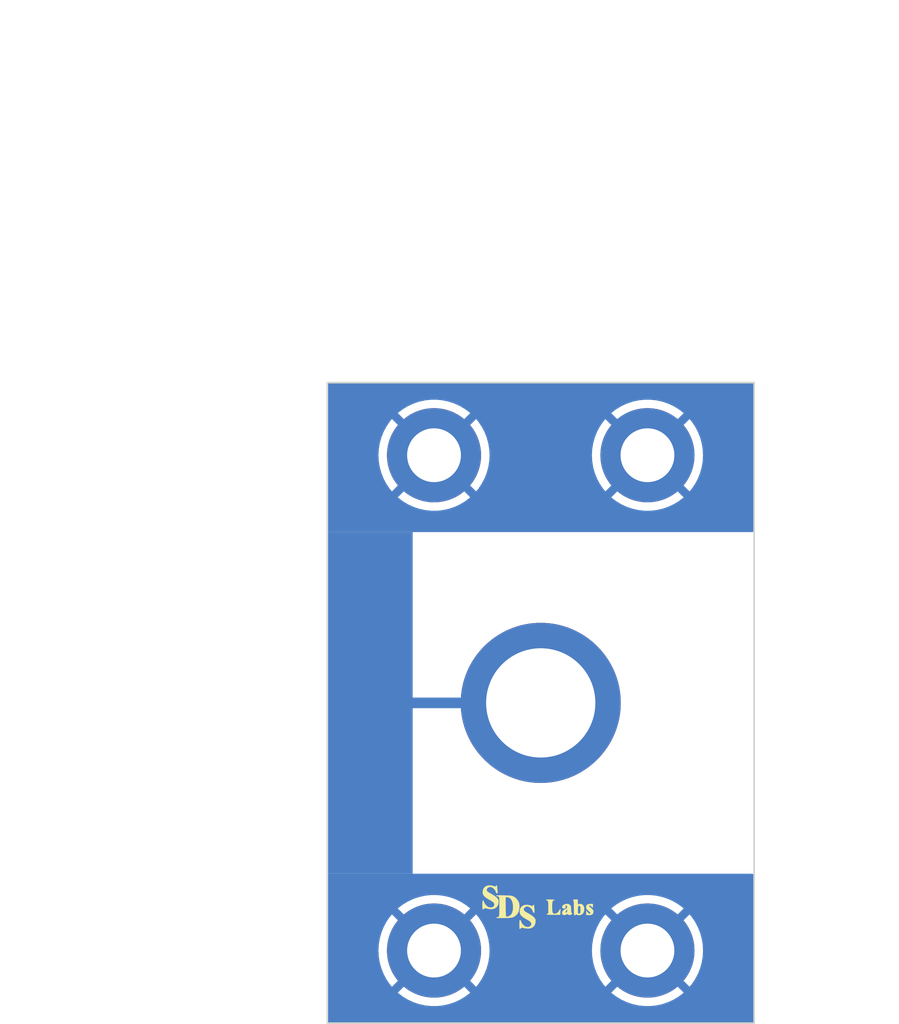
<source format=kicad_pcb>
(kicad_pcb (version 20221018) (generator pcbnew)
  (layers (0 "F.Cu" signal) (31 "B.Cu" signal) (34 "B.Paste" user) (35 "F.Paste" user) (36 "B.SilkS" user "B.Silkscreen") (37 "F.SilkS" user "F.Silkscreen") (38 "B.Mask" user) (39 "F.Mask" user) (44 "Edge.Cuts" user))
  (net 0 "")
  (net 1 "GND")
  (footprint "sdsLogos:sdsLabs-small-fSilk" (layer "F.Cu") (at 139.7 120.015)
    (fp_text reference "G***" hide)
    (fp_text value "LOGO" hide)
    (fp_poly (pts (xy 3.104444 -0.100614) (xy 3.104444 0.006137) (xy 3.100827 0.07456) (xy 3.091849 0.111034) (xy 3.08898 0.112889) (xy 3.062121 0.093639) (xy 3.016447 0.04642) (xy 3.00876 0.037607) (xy 2.950036 -0.014193) (xy 2.897474 -0.019472) (xy 2.890169 -0.01699) (xy 2.866829 -0.001831) (xy 2.871226 0.022273) (xy 2.908897 0.064029) (xy 2.9845 0.131389) (xy 3.066035 0.206148) (xy 3.111322 0.262859) (xy 3.130085 0.316222) (xy 3.132667 0.355318) (xy 3.114685 0.457762) (xy 3.058365 0.523186) (xy 2.960143 0.554274) (xy 2.864898 0.557059) (xy 2.70936 0.550333) (xy 2.70966 0.423333) (xy 2.709959 0.296333) (xy 2.782247 0.388055) (xy 2.840873 0.444885) (xy 2.89991 0.476006) (xy 2.945445 0.477086) (xy 2.963563 0.4445) (xy 2.943768 0.408572) (xy 2.892071 0.350689) (xy 2.831859 0.294302) (xy 2.754675 0.221) (xy 2.714277 0.162733) (xy 2.700436 0.103299) (xy 2.699926 0.085293) (xy 2.722067 -0.01357) (xy 2.788234 -0.077318) (xy 2.898042 -0.105674) (xy 2.966303 -0.106625) (xy 3.104444 -0.100614)) (stroke (width 0.01)) (fill solid) (layer "F.SilkS"))
    (fp_poly (pts (xy 0.686151 -0.363929) (xy 0.772968 -0.355735) (xy 0.815631 -0.343336) (xy 0.818444 -0.338667) (xy 0.794958 -0.315282) (xy 0.765292 -0.310445) (xy 0.729488 -0.300595) (xy 0.704589 -0.265878) (xy 0.688836 -0.198545) (xy 0.680473 -0.090847) (xy 0.677741 0.064964) (xy 0.677719 0.075773) (xy 0.680581 0.237303) (xy 0.69168 0.350503) (xy 0.713941 0.423238) (xy 0.750291 0.463374) (xy 0.803657 0.478774) (xy 0.828051 0.479777) (xy 0.942192 0.453257) (xy 1.039117 0.380285) (xy 1.10027 0.283178) (xy 1.13684 0.217397) (xy 1.166339 0.199711) (xy 1.180198 0.229824) (xy 1.17475 0.28575) (xy 1.161593 0.378775) (xy 1.157111 0.455083) (xy 1.157111 0.536222) (xy 0.726722 0.535092) (xy 0.563833 0.534288) (xy 0.450786 0.532335) (xy 0.380977 0.528424) (xy 0.347806 0.521745) (xy 0.34467 0.51149) (xy 0.364968 0.496849) (xy 0.373944 0.491857) (xy 0.451556 0.449752) (xy 0.451556 0.083066) (xy 0.451243 -0.066557) (xy 0.449144 -0.169442) (xy 0.443519 -0.235295) (xy 0.432628 -0.273823) (xy 0.41473 -0.294733) (xy 0.388085 -0.30773) (xy 0.381 -0.310445) (xy 0.328909 -0.335097) (xy 0.310444 -0.35208) (xy 0.336565 -0.358602) (xy 0.406533 -0.363658) (xy 0.507754 -0.366515) (xy 0.564444 -0.366889) (xy 0.686151 -0.363929)) (stroke (width 0.01)) (fill solid) (layer "F.SilkS"))
    (fp_poly (pts (xy 2.201333 -0.210674) (xy 2.202871 -0.122611) (xy 2.210614 -0.080053) (xy 2.229255 -0.072082) (xy 2.255922 -0.083674) (xy 2.356514 -0.110783) (xy 2.449439 -0.087811) (xy 2.525607 -0.021107) (xy 2.575925 0.082983) (xy 2.588727 0.14863) (xy 2.584016 0.304095) (xy 2.533089 0.431539) (xy 2.461818 0.508956) (xy 2.384804 0.546788) (xy 2.291129 0.563284) (xy 2.203914 0.556836) (xy 2.150533 0.530577) (xy 2.112129 0.511242) (xy 2.0828 0.530577) (xy 2.044924 0.56267) (xy 2.017019 0.568573) (xy 1.99762 0.542774) (xy 1.985262 0.479758) (xy 1.97848 0.374014) (xy 1.977418 0.312787) (xy 2.204753 0.312787) (xy 2.20701 0.396514) (xy 2.213172 0.4417) (xy 2.250117 0.474339) (xy 2.304535 0.47522) (xy 2.348164 0.445665) (xy 2.353536 0.435136) (xy 2.364956 0.374288) (xy 2.369712 0.283218) (xy 2.36821 0.182755) (xy 2.360857 0.093725) (xy 2.348058 0.036958) (xy 2.345686 0.032501) (xy 2.301009 0.00517) (xy 2.268507 0.00457) (xy 2.239562 0.018455) (xy 2.221913 0.054696) (xy 2.211834 0.125688) (xy 2.207002 0.209158) (xy 2.204753 0.312787) (xy 1.977418 0.312787) (xy 1.975808 0.220028) (xy 1.975556 0.127) (xy 1.973786 -0.049259) (xy 1.968676 -0.183839) (xy 1.960524 -0.27212) (xy 1.949628 -0.309483) (xy 1.947333 -0.310445) (xy 1.919931 -0.331921) (xy 1.919111 -0.338667) (xy 1.944493 -0.354766) (xy 2.009392 -0.364985) (xy 2.060222 -0.366889) (xy 2.201333 -0.366889) (xy 2.201333 -0.210674)) (stroke (width 0.01)) (fill solid) (layer "F.SilkS"))
    (fp_poly (pts (xy 1.66413 -0.093493) (xy 1.736949 -0.043617) (xy 1.772984 -0.00118) (xy 1.793889 0.047139) (xy 1.803639 0.117626) (xy 1.806207 0.226565) (xy 1.806222 0.240271) (xy 1.809358 0.345655) (xy 1.817912 0.415237) (xy 1.830606 0.439357) (xy 1.832494 0.438649) (xy 1.865378 0.43654) (xy 1.875879 0.465546) (xy 1.855647 0.50211) (xy 1.855142 0.502533) (xy 1.775474 0.544203) (xy 1.69188 0.551463) (xy 1.627079 0.52238) (xy 1.588026 0.492277) (xy 1.550079 0.49953) (xy 1.517965 0.520339) (xy 1.43021 0.560072) (xy 1.345912 0.547547) (xy 1.319389 0.533961) (xy 1.278651 0.481564) (xy 1.2732 0.406349) (xy 1.282544 0.380996) (xy 1.47776 0.380996) (xy 1.507 0.417695) (xy 1.539841 0.407034) (xy 1.566327 0.356444) (xy 1.575191 0.308271) (xy 1.584049 0.211666) (xy 1.521881 0.272816) (xy 1.478735 0.336602) (xy 1.47776 0.380996) (xy 1.282544 0.380996) (xy 1.301862 0.328586) (xy 1.3335 0.290443) (xy 1.404391 0.2365) (xy 1.487886 0.186433) (xy 1.490441 0.185132) (xy 1.554044 0.144014) (xy 1.576071 0.097713) (xy 1.575108 0.062127) (xy 1.548865 -0.003301) (xy 1.512908 -0.023772) (xy 1.47483 -0.021213) (xy 1.473022 0.017102) (xy 1.4757 0.028097) (xy 1.480902 0.111253) (xy 1.443144 0.157918) (xy 1.381771 0.169333) (xy 1.311572 0.151076) (xy 1.278599 0.105002) (xy 1.28114 0.044155) (xy 1.317482 -0.018418) (xy 1.385912 -0.069672) (xy 1.414727 -0.081699) (xy 1.553016 -0.111415) (xy 1.66413 -0.093493)) (stroke (width 0.01)) (fill solid) (layer "F.SilkS"))
    (fp_poly (pts (xy -2.262419 -0.617511) (xy -2.194278 -0.616262) (xy -2.019862 -0.612036) (xy -1.891101 -0.606713) (xy -1.797204 -0.598866) (xy -1.727384 -0.587071) (xy -1.670849 -0.569899) (xy -1.616812 -0.545926) (xy -1.600634 -0.537788) (xy -1.474868 -0.447503) (xy -1.369193 -0.323031) (xy -1.297955 -0.183108) (xy -1.280982 -0.120244) (xy -1.273507 -0.039244) (xy -1.272871 0.070807) (xy -1.277484 0.161289) (xy -1.315629 0.345786) (xy -1.398593 0.496495) (xy -1.527861 0.615798) (xy -1.581698 0.649111) (xy -1.631536 0.675227) (xy -1.680546 0.69426) (xy -1.738977 0.707571) (xy -1.817076 0.716526) (xy -1.925092 0.722486) (xy -2.073272 0.726816) (xy -2.183334 0.729152) (xy -2.372668 0.731673) (xy -2.509093 0.730485) (xy -2.596034 0.725428) (xy -2.636916 0.716345) (xy -2.64028 0.707985) (xy -2.59861 0.681258) (xy -2.572201 0.677333) (xy -2.533977 0.673473) (xy -2.505086 0.657323) (xy -2.484236 0.622028) (xy -2.470138 0.560732) (xy -2.461501 0.466581) (xy -2.457035 0.33272) (xy -2.455451 0.152293) (xy -2.455333 0.056444) (xy -2.455969 -0.146178) (xy -2.458858 -0.299266) (xy -2.465477 -0.409726) (xy -2.477301 -0.484461) (xy -2.486786 -0.508) (xy -2.088444 -0.508) (xy -2.088444 0.05174) (xy -2.087422 0.224255) (xy -2.084573 0.377366) (xy -2.08022 0.502154) (xy -2.07469 0.5897) (xy -2.068307 0.631084) (xy -2.067278 0.632777) (xy -2.016292 0.648563) (xy -1.939442 0.636098) (xy -1.855707 0.601404) (xy -1.784071 0.550504) (xy -1.773431 0.539539) (xy -1.706938 0.429988) (xy -1.66362 0.284276) (xy -1.644454 0.118138) (xy -1.650416 -0.05269) (xy -1.682483 -0.212474) (xy -1.720781 -0.308927) (xy -1.800467 -0.425676) (xy -1.896122 -0.490691) (xy -1.995946 -0.508) (xy -2.088444 -0.508) (xy -2.486786 -0.508) (xy -2.495804 -0.530378) (xy -2.522463 -0.554381) (xy -2.558751 -0.563376) (xy -2.587978 -0.564445) (xy -2.638238 -0.575754) (xy -2.652889 -0.595095) (xy -2.629735 -0.607464) (xy -2.558607 -0.615246) (xy -2.437002 -0.618557) (xy -2.262419 -0.617511)) (stroke (width 0.01)) (fill solid) (layer "F.SilkS"))
    (fp_poly (pts (xy -2.861246 -1.187928) (xy -2.806075 -1.168553) (xy -2.735987 -1.141982) (xy -2.697179 -1.139909) (xy -2.669754 -1.163023) (xy -2.661809 -1.173549) (xy -2.628525 -1.20821) (xy -2.613334 -1.211496) (xy -2.605573 -1.179708) (xy -2.59535 -1.105656) (xy -2.584506 -1.003357) (xy -2.581176 -0.966611) (xy -2.572519 -0.850848) (xy -2.571923 -0.780532) (xy -2.580419 -0.745104) (xy -2.599033 -0.734007) (xy -2.603852 -0.733778) (xy -2.641285 -0.757986) (xy -2.665817 -0.809668) (xy -2.714147 -0.921282) (xy -2.792159 -1.016445) (xy -2.887151 -1.08532) (xy -2.986421 -1.118071) (xy -3.057127 -1.112684) (xy -3.148653 -1.065554) (xy -3.20531 -0.996845) (xy -3.217333 -0.945445) (xy -3.209431 -0.899635) (xy -3.180583 -0.855974) (xy -3.12308 -0.80794) (xy -3.029212 -0.74901) (xy -2.901298 -0.678049) (xy -2.73421 -0.575372) (xy -2.60993 -0.471541) (xy -2.532804 -0.370853) (xy -2.507389 -0.288296) (xy -2.519728 -0.117448) (xy -2.575397 0.020082) (xy -2.67031 0.121594) (xy -2.800379 0.184387) (xy -2.961516 0.205762) (xy -3.149634 0.183019) (xy -3.2011 0.169927) (xy -3.284304 0.149913) (xy -3.334897 0.150144) (xy -3.373364 0.171715) (xy -3.382429 0.179609) (xy -3.428771 0.215264) (xy -3.452389 0.225777) (xy -3.460529 0.199601) (xy -3.466918 0.129244) (xy -3.470688 0.026963) (xy -3.471333 -0.042334) (xy -3.469504 -0.172622) (xy -3.463195 -0.255065) (xy -3.451175 -0.29817) (xy -3.432528 -0.310445) (xy -3.399914 -0.286044) (xy -3.377577 -0.229719) (xy -3.337446 -0.134156) (xy -3.263081 -0.035151) (xy -3.171332 0.046732) (xy -3.130707 0.071569) (xy -3.020644 0.107078) (xy -2.916143 0.104236) (xy -2.829612 0.067636) (xy -2.773456 0.001872) (xy -2.758722 -0.066141) (xy -2.767349 -0.126358) (xy -2.798333 -0.180711) (xy -2.859325 -0.236411) (xy -2.957979 -0.300666) (xy -3.080283 -0.369075) (xy -3.239138 -0.463816) (xy -3.34934 -0.553674) (xy -3.417271 -0.646312) (xy -3.449312 -0.749392) (xy -3.453966 -0.817839) (xy -3.432436 -0.963129) (xy -3.365209 -1.07756) (xy -3.265189 -1.158353) (xy -3.148071 -1.201496) (xy -3.006295 -1.211513) (xy -2.861246 -1.187928)) (stroke (width 0.01)) (fill solid) (layer "F.SilkS"))
    (fp_poly (pts (xy -0.659912 -0.030817) (xy -0.604742 -0.011442) (xy -0.534654 0.015129) (xy -0.495846 0.017202) (xy -0.468421 -0.005912) (xy -0.460476 -0.016437) (xy -0.427192 -0.051099) (xy -0.412001 -0.054385) (xy -0.40424 -0.022597) (xy -0.394017 0.051455) (xy -0.383172 0.153754) (xy -0.379843 0.1905) (xy -0.371185 0.306263) (xy -0.37059 0.376579) (xy -0.379085 0.412007) (xy -0.397699 0.423104) (xy -0.402519 0.423333) (xy -0.439951 0.399125) (xy -0.464484 0.347443) (xy -0.512814 0.235829) (xy -0.590826 0.140666) (xy -0.685818 0.071791) (xy -0.785088 0.03904) (xy -0.855794 0.044427) (xy -0.94732 0.091557) (xy -1.003977 0.160266) (xy -1.016 0.211666) (xy -1.008097 0.257476) (xy -0.979249 0.301137) (xy -0.921746 0.349171) (xy -0.827879 0.408101) (xy -0.699965 0.479062) (xy -0.532876 0.581739) (xy -0.408597 0.68557) (xy -0.33147 0.786258) (xy -0.306055 0.868815) (xy -0.318394 1.039664) (xy -0.374064 1.177194) (xy -0.468977 1.278705) (xy -0.599045 1.341498) (xy -0.760182 1.362873) (xy -0.9483 1.34013) (xy -0.999767 1.327038) (xy -1.08297 1.307024) (xy -1.133563 1.307255) (xy -1.172031 1.328826) (xy -1.181096 1.33672) (xy -1.227438 1.372375) (xy -1.251056 1.382889) (xy -1.259196 1.356713) (xy -1.265584 1.286356) (xy -1.269354 1.184074) (xy -1.27 1.114777) (xy -1.268171 0.984489) (xy -1.261862 0.902046) (xy -1.249842 0.858941) (xy -1.231194 0.846666) (xy -1.198581 0.871067) (xy -1.176244 0.927392) (xy -1.136112 1.022955) (xy -1.061747 1.121961) (xy -0.969998 1.203843) (xy -0.929373 1.22868) (xy -0.81931 1.264189) (xy -0.71481 1.261347) (xy -0.628279 1.224747) (xy -0.572123 1.158983) (xy -0.557389 1.09097) (xy -0.566016 1.030753) (xy -0.596999 0.9764) (xy -0.657992 0.9207) (xy -0.756645 0.856446) (xy -0.87895 0.788036) (xy -1.037804 0.693295) (xy -1.148007 0.603437) (xy -1.215938 0.510799) (xy -1.247979 0.40772) (xy -1.252633 0.339272) (xy -1.231103 0.193982) (xy -1.163876 0.079551) (xy -1.063856 -0.001242) (xy -0.946737 -0.044385) (xy -0.804961 -0.054402) (xy -0.659912 -0.030817)) (stroke (width 0.01)) (fill solid) (layer "F.SilkS"))
  )
  (footprint "MountingHole:MountingHole_3.2mm_M3_DIN965_Pad" (layer "F.Cu") (at 133.35 69.215)
    (fp_text reference "REF**" hide)
    (fp_text value "MountingHole_3.2mm_M3_DIN965_Pad")
    (pad "1" thru_hole circle (at 0 24.003) (size 5.6 5.6) (drill 3.2) (layers "*.Cu" "*.Mask") (net 1 "GND"))
  )
  (footprint "MountingHole:MountingHole_6.5mm_Pad" (layer "F.Cu") (at 114.3 90.28)
    (fp_text reference "J2" hide)
    (fp_text value "Conn_01x01_Pin")
    (pad "1" thru_hole circle (at 25.4 17.67) (size 9.525 9.525) (drill 6.5) (layers "*.Cu" "*.Mask") (net 1 "GND"))
  )
  (footprint "MountingHole:MountingHole_3.2mm_M3_DIN965_Pad" (layer "F.Cu") (at 133.35 121.92)
    (fp_text reference "REF**" hide)
    (fp_text value "MountingHole_3.2mm_M3_DIN965_Pad")
    (pad "1" thru_hole circle (at 0 0.762) (size 5.6 5.6) (drill 3.2) (layers "*.Cu" "*.Mask") (net 1 "GND"))
  )
  (footprint "MountingHole:MountingHole_3.2mm_M3_DIN965_Pad" (layer "F.Cu") (at 146.05 69.215)
    (fp_text reference "REF**" hide)
    (fp_text value "MountingHole_3.2mm_M3_DIN965_Pad")
    (pad "1" thru_hole circle (at 0 24.003) (size 5.6 5.6) (drill 3.2) (layers "*.Cu" "*.Mask") (net 1 "GND"))
  )
  (footprint "MountingHole:MountingHole_3.2mm_M3_DIN965_Pad" (layer "F.Cu") (at 146.685 121.92)
    (fp_text reference "REF**" hide)
    (fp_text value "MountingHole_3.2mm_M3_DIN965_Pad")
    (pad "1" thru_hole circle (at -0.635 0.762) (size 5.6 5.6) (drill 3.2) (layers "*.Cu" "*.Mask") (net 1 "GND"))
  )
  (gr_line (start 127 127) (end 152.4 127) (stroke (width 0.1)) (layer "Edge.Cuts"))
  (gr_line (start 152.4 127) (end 152.4 88.9) (stroke (width 0.1)) (layer "Edge.Cuts"))
  (gr_line (start 152.4 88.9) (end 127 88.9) (stroke (width 0.1)) (layer "Edge.Cuts"))
  (gr_line (start 127 88.9) (end 127 127) (stroke (width 0.1)) (layer "Edge.Cuts"))
  (segment (start 139.7 107.95) (end 131.445 107.95) (width 0.635) (layer "B.Cu") (net 1))
  (zone (net 1) (net_name "GND") (layer "B.Cu") (priority 1) (connect_pads (clearance 0.5)) (min_thickness 0.25) (fill yes (thermal_gap 0.5) (thermal_bridge_width 0.5) (island_removal_mode 1) (island_area_min 9.999999))
    (polygon (pts (xy 127 127) (xy 127 118.11) (xy 152.4 118.11) (xy 152.4 127)))
  )
  (zone (net 1) (net_name "GND") (layer "B.Cu") (connect_pads (clearance 0.5)) (min_thickness 0.25) (fill yes (thermal_gap 0.5) (thermal_bridge_width 0.5) (island_removal_mode 1) (island_area_min 9.999999))
    (polygon (pts (xy 127 88.9) (xy 152.4 88.9) (xy 152.4 97.79) (xy 127 97.79)))
  )
  (zone (net 1) (net_name "GND") (layer "B.Cu") (priority 2) (connect_pads (clearance 0.5)) (min_thickness 0.25) (fill yes (thermal_gap 0.5) (thermal_bridge_width 0.5) (island_removal_mode 1) (island_area_min 9.999999))
    (polygon (pts (xy 127 97.79) (xy 132.08 97.79) (xy 132.08 118.11) (xy 127 118.11)))
  )
)
</source>
